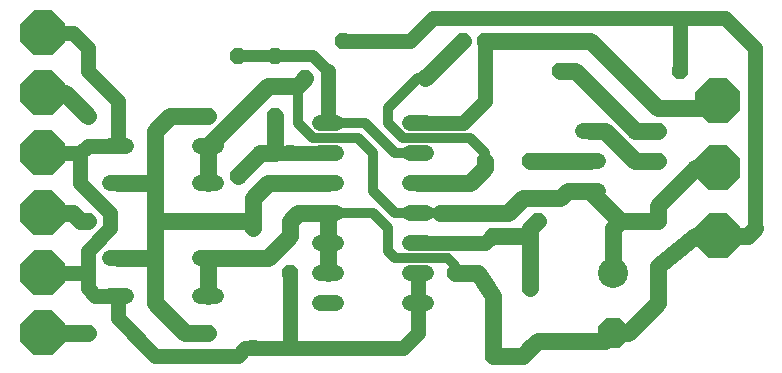
<source format=gbr>
G75*
G70*
%OFA0B0*%
%FSLAX24Y24*%
%IPPOS*%
%LPD*%
%AMOC8*
5,1,8,0,0,1.08239X$1,22.5*
%
%ADD10OC8,0.0520*%
%ADD11C,0.0520*%
%ADD12OC8,0.1500*%
%ADD13C,0.1000*%
%ADD14OC8,0.1000*%
%ADD15C,0.0560*%
%ADD16C,0.0320*%
%ADD17C,0.0500*%
%ADD18C,0.0400*%
D10*
X003185Y001681D03*
X007185Y001681D03*
X008685Y001181D03*
X009935Y003681D03*
X008685Y005181D03*
X007185Y005431D03*
X008185Y006931D03*
X009935Y007681D03*
X009435Y008931D03*
X007185Y008931D03*
X010435Y010181D03*
X009435Y010931D03*
X008185Y010931D03*
X011685Y011431D03*
X014435Y010181D03*
X015685Y011431D03*
X016435Y011431D03*
X017935Y011431D03*
X018935Y010431D03*
X022185Y008431D03*
X022185Y007431D03*
X022185Y005431D03*
X018185Y005431D03*
X016685Y004931D03*
X015435Y005681D03*
X016435Y007431D03*
X017935Y007431D03*
X022935Y010431D03*
X015435Y003681D03*
X017935Y003181D03*
X017935Y001181D03*
X016685Y000931D03*
X003185Y005431D03*
X003185Y008931D03*
D11*
X003925Y007931D02*
X004445Y007931D01*
X004445Y006681D02*
X003925Y006681D01*
X006925Y006681D02*
X007445Y006681D01*
X007445Y007931D02*
X006925Y007931D01*
X010925Y007681D02*
X011445Y007681D01*
X011445Y008681D02*
X010925Y008681D01*
X013925Y008681D02*
X014445Y008681D01*
X014445Y007681D02*
X013925Y007681D01*
X013925Y006681D02*
X014445Y006681D01*
X014445Y005681D02*
X013925Y005681D01*
X013925Y004681D02*
X014445Y004681D01*
X014445Y003681D02*
X013925Y003681D01*
X013925Y002681D02*
X014445Y002681D01*
X011445Y002681D02*
X010925Y002681D01*
X010925Y003681D02*
X011445Y003681D01*
X011445Y004681D02*
X010925Y004681D01*
X010925Y005681D02*
X011445Y005681D01*
X011445Y006681D02*
X010925Y006681D01*
X007445Y004181D02*
X006925Y004181D01*
X006925Y002931D02*
X007445Y002931D01*
X004445Y002931D02*
X003925Y002931D01*
X003925Y004181D02*
X004445Y004181D01*
X019675Y006431D02*
X020195Y006431D01*
X020195Y007431D02*
X019675Y007431D01*
X019675Y008431D02*
X020195Y008431D01*
D12*
X024185Y009431D03*
X024185Y007181D03*
X024185Y004931D03*
X001685Y005681D03*
X001685Y003681D03*
X001685Y001681D03*
X001685Y007681D03*
X001685Y009681D03*
X001685Y011681D03*
D13*
X020685Y003681D03*
D14*
X020685Y001681D03*
D15*
X003185Y001681D02*
X001685Y001681D01*
X005435Y002681D02*
X006435Y001681D01*
X007185Y001681D01*
X005435Y002681D02*
X005435Y004181D01*
X004185Y004181D01*
X005435Y004181D02*
X005435Y005431D01*
X007185Y005431D01*
X008685Y005431D01*
X008685Y005181D01*
X008685Y005431D02*
X008685Y006181D01*
X009185Y006681D01*
X011185Y006681D01*
X011185Y005681D02*
X011185Y004681D01*
X011185Y003681D01*
X009935Y004931D02*
X009185Y004181D01*
X007185Y004181D01*
X007185Y002931D01*
X009935Y004931D02*
X009935Y005431D01*
X010185Y005681D01*
X011185Y005681D01*
X008935Y007681D02*
X008185Y006931D01*
X007185Y006681D02*
X007185Y007931D01*
X009185Y009931D01*
X010185Y009931D01*
X010435Y010181D01*
X009435Y008931D02*
X009435Y007681D01*
X008935Y007681D01*
X007185Y008931D02*
X005935Y008931D01*
X005435Y008431D01*
X005435Y006681D01*
X004185Y006681D01*
X005435Y006681D02*
X005435Y005431D01*
X003185Y005431D02*
X002935Y005431D01*
X002685Y005681D01*
X001685Y005681D01*
X003185Y008931D02*
X002435Y009681D01*
X001685Y009681D01*
X014185Y006681D02*
X015935Y006681D01*
X016435Y007181D01*
X016435Y007431D01*
X017935Y007431D02*
X019935Y007431D01*
X020435Y008431D02*
X021435Y007431D01*
X022185Y007431D01*
X023435Y007181D02*
X022185Y005931D01*
X022185Y005431D01*
X020935Y005431D01*
X019935Y006431D01*
X019185Y006431D01*
X018935Y006181D01*
X017685Y006181D01*
X017185Y005681D01*
X015435Y005681D01*
X014935Y005681D01*
X016685Y004931D02*
X017935Y004931D01*
X017935Y003181D01*
X016685Y002931D02*
X016685Y000931D01*
X017685Y000931D01*
X017935Y001181D01*
X018185Y001431D01*
X020435Y001431D01*
X020685Y001681D01*
X021185Y001681D01*
X022185Y002681D01*
X022185Y003931D01*
X023435Y004931D01*
X024185Y004931D01*
X025185Y004931D01*
X025435Y005181D01*
X024185Y007181D02*
X023435Y007181D01*
X022185Y008431D02*
X021435Y008431D01*
X020685Y009181D01*
X019435Y010431D01*
X018935Y010431D01*
X019935Y011431D02*
X017935Y011431D01*
X016435Y011431D01*
X015685Y011431D02*
X014435Y010181D01*
X019935Y011431D02*
X022185Y009181D01*
X024185Y009181D01*
X024185Y009431D01*
X020435Y008431D02*
X019935Y008431D01*
X020935Y005431D02*
X020685Y005181D01*
X020685Y003681D01*
X017935Y004931D02*
X017935Y005181D01*
X018185Y005431D01*
X016185Y003681D02*
X016685Y002931D01*
X016185Y003681D02*
X015435Y003681D01*
D16*
X015435Y003931D01*
X015185Y004181D01*
X013435Y004181D01*
X013185Y004431D01*
X013185Y005181D01*
X012685Y005681D01*
X011185Y005681D01*
X012685Y006431D02*
X013435Y005681D01*
X014935Y005681D01*
X014185Y005681D01*
X012685Y006431D02*
X012685Y007681D01*
X012185Y008181D01*
X010685Y008181D01*
X010185Y008681D01*
X010185Y009931D01*
X011185Y008681D02*
X012435Y008681D01*
X013435Y007681D01*
X014185Y007681D01*
X013685Y008181D02*
X015935Y008181D01*
X016435Y007681D01*
X016435Y007431D01*
X013685Y008181D02*
X013185Y008681D01*
X013185Y009181D01*
X014185Y010181D01*
X014435Y010181D01*
D17*
X015685Y008681D02*
X016435Y009431D01*
X016435Y011431D01*
X014685Y012181D02*
X022935Y012181D01*
X022935Y010431D01*
X024435Y012181D02*
X025435Y011181D01*
X025435Y005181D01*
X016685Y004931D02*
X016435Y004681D01*
X016185Y004681D01*
X014185Y004681D01*
X014185Y003681D02*
X014185Y002681D01*
X014185Y001681D01*
X013685Y001181D01*
X009935Y001181D01*
X008685Y001181D01*
X008435Y001181D01*
X008185Y000931D01*
X005435Y000931D01*
X004185Y002181D01*
X004185Y002931D01*
X003435Y002931D01*
X003185Y003181D01*
X003185Y003681D01*
X001685Y003681D01*
X003185Y003681D02*
X003185Y004431D01*
X003935Y005181D01*
X003935Y005681D01*
X002935Y006681D01*
X002935Y007681D01*
X001685Y007681D01*
X002935Y007681D02*
X003185Y007931D01*
X004185Y007931D01*
X004185Y009431D01*
X003185Y010431D01*
X003185Y011181D01*
X002685Y011681D01*
X001685Y011681D01*
X009435Y007681D02*
X009935Y007681D01*
X011185Y007681D01*
X011185Y008681D02*
X011185Y010431D01*
X011685Y011431D02*
X013935Y011431D01*
X014685Y012181D01*
X014185Y008681D02*
X015685Y008681D01*
X022935Y012181D02*
X024435Y012181D01*
X009935Y003681D02*
X009935Y001181D01*
D18*
X011185Y010431D02*
X010685Y010931D01*
X009435Y010931D01*
X008185Y010931D01*
M02*

</source>
